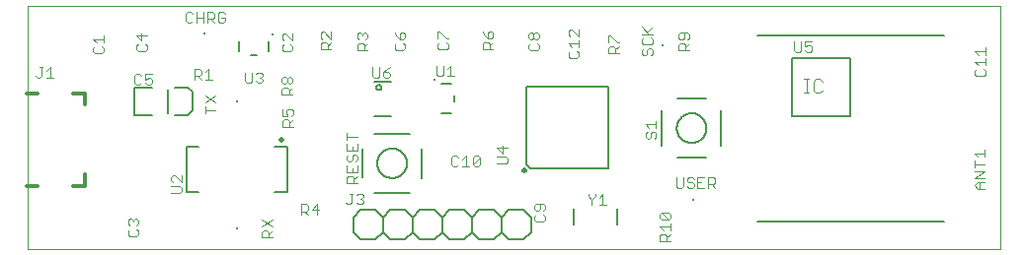
<source format=gto>
G75*
%MOIN*%
%OFA0B0*%
%FSLAX25Y25*%
%IPPOS*%
%LPD*%
%AMOC8*
5,1,8,0,0,1.08239X$1,22.5*
%
%ADD10C,0.00000*%
%ADD11C,0.00400*%
%ADD12C,0.00800*%
%ADD13C,0.00500*%
%ADD14C,0.01200*%
%ADD15R,0.00787X0.00787*%
%ADD16C,0.01000*%
%ADD17C,0.02000*%
D10*
X0015433Y0071025D02*
X0015433Y0153387D01*
X0343780Y0153387D01*
X0343780Y0071025D01*
X0015433Y0071025D01*
D11*
X0049404Y0075957D02*
X0049994Y0075367D01*
X0052354Y0075367D01*
X0052944Y0075957D01*
X0052944Y0077137D01*
X0052354Y0077727D01*
X0052354Y0078992D02*
X0052944Y0079582D01*
X0052944Y0080762D01*
X0052354Y0081352D01*
X0051764Y0081352D01*
X0051174Y0080762D01*
X0051174Y0080172D01*
X0051174Y0080762D02*
X0050584Y0081352D01*
X0049994Y0081352D01*
X0049404Y0080762D01*
X0049404Y0079582D01*
X0049994Y0078992D01*
X0049994Y0077727D02*
X0049404Y0077137D01*
X0049404Y0075957D01*
X0064055Y0089998D02*
X0067005Y0089998D01*
X0067595Y0090588D01*
X0067595Y0091768D01*
X0067005Y0092358D01*
X0064055Y0092358D01*
X0064645Y0093623D02*
X0064055Y0094213D01*
X0064055Y0095393D01*
X0064645Y0095983D01*
X0065235Y0095983D01*
X0067595Y0093623D01*
X0067595Y0095983D01*
X0094530Y0080922D02*
X0098070Y0078562D01*
X0098070Y0077297D02*
X0096890Y0076117D01*
X0096890Y0076707D02*
X0096890Y0074937D01*
X0098070Y0074937D02*
X0094530Y0074937D01*
X0094530Y0076707D01*
X0095120Y0077297D01*
X0096300Y0077297D01*
X0096890Y0076707D01*
X0094530Y0078562D02*
X0098070Y0080922D01*
X0107817Y0082594D02*
X0107817Y0086134D01*
X0109587Y0086134D01*
X0110177Y0085544D01*
X0110177Y0084364D01*
X0109587Y0083774D01*
X0107817Y0083774D01*
X0108997Y0083774D02*
X0110177Y0082594D01*
X0111442Y0084364D02*
X0113802Y0084364D01*
X0113212Y0082594D02*
X0113212Y0086134D01*
X0111442Y0084364D01*
X0122994Y0086777D02*
X0123584Y0086187D01*
X0124174Y0086187D01*
X0124764Y0086777D01*
X0124764Y0089727D01*
X0124174Y0089727D02*
X0125354Y0089727D01*
X0126619Y0089137D02*
X0127209Y0089727D01*
X0128389Y0089727D01*
X0128979Y0089137D01*
X0128979Y0088547D01*
X0128389Y0087957D01*
X0128979Y0087367D01*
X0128979Y0086777D01*
X0128389Y0086187D01*
X0127209Y0086187D01*
X0126619Y0086777D01*
X0127799Y0087957D02*
X0128389Y0087957D01*
X0126829Y0093424D02*
X0123289Y0093424D01*
X0123289Y0095194D01*
X0123879Y0095784D01*
X0125059Y0095784D01*
X0125649Y0095194D01*
X0125649Y0093424D01*
X0125649Y0094604D02*
X0126829Y0095784D01*
X0126829Y0097049D02*
X0126829Y0099409D01*
X0126239Y0100674D02*
X0126829Y0101264D01*
X0126829Y0102444D01*
X0126239Y0103034D01*
X0125649Y0103034D01*
X0125059Y0102444D01*
X0125059Y0101264D01*
X0124469Y0100674D01*
X0123879Y0100674D01*
X0123289Y0101264D01*
X0123289Y0102444D01*
X0123879Y0103034D01*
X0123289Y0104299D02*
X0126829Y0104299D01*
X0126829Y0106659D01*
X0125059Y0105479D02*
X0125059Y0104299D01*
X0123289Y0104299D02*
X0123289Y0106659D01*
X0123289Y0107924D02*
X0123289Y0110284D01*
X0123289Y0109104D02*
X0126829Y0109104D01*
X0105145Y0112463D02*
X0101605Y0112463D01*
X0101605Y0114233D01*
X0102195Y0114823D01*
X0103375Y0114823D01*
X0103965Y0114233D01*
X0103965Y0112463D01*
X0103965Y0113643D02*
X0105145Y0114823D01*
X0104555Y0116088D02*
X0105145Y0116678D01*
X0105145Y0117858D01*
X0104555Y0118448D01*
X0103375Y0118448D01*
X0102785Y0117858D01*
X0102785Y0117268D01*
X0103375Y0116088D01*
X0101605Y0116088D01*
X0101605Y0118448D01*
X0101378Y0123327D02*
X0101378Y0125097D01*
X0101968Y0125687D01*
X0103148Y0125687D01*
X0103738Y0125097D01*
X0103738Y0123327D01*
X0103738Y0124507D02*
X0104918Y0125687D01*
X0104328Y0126952D02*
X0103738Y0126952D01*
X0103148Y0127542D01*
X0103148Y0128722D01*
X0103738Y0129312D01*
X0104328Y0129312D01*
X0104918Y0128722D01*
X0104918Y0127542D01*
X0104328Y0126952D01*
X0103148Y0127542D02*
X0102558Y0126952D01*
X0101968Y0126952D01*
X0101378Y0127542D01*
X0101378Y0128722D01*
X0101968Y0129312D01*
X0102558Y0129312D01*
X0103148Y0128722D01*
X0094962Y0128390D02*
X0094962Y0127800D01*
X0094372Y0127210D01*
X0093192Y0127210D01*
X0092602Y0127800D01*
X0091337Y0127800D02*
X0091337Y0130750D01*
X0092602Y0130160D02*
X0093192Y0130750D01*
X0094372Y0130750D01*
X0094962Y0130160D01*
X0094962Y0129570D01*
X0094372Y0128980D01*
X0094962Y0128390D01*
X0094372Y0128980D02*
X0093782Y0128980D01*
X0091337Y0127800D02*
X0090747Y0127210D01*
X0089567Y0127210D01*
X0088977Y0127800D01*
X0088977Y0130750D01*
X0077849Y0128461D02*
X0075489Y0128461D01*
X0076669Y0128461D02*
X0076669Y0132001D01*
X0075489Y0130821D01*
X0074224Y0130231D02*
X0073634Y0129641D01*
X0071864Y0129641D01*
X0071864Y0128461D02*
X0071864Y0132001D01*
X0073634Y0132001D01*
X0074224Y0131411D01*
X0074224Y0130231D01*
X0073044Y0129641D02*
X0074224Y0128461D01*
X0075502Y0122898D02*
X0079042Y0120538D01*
X0079042Y0122898D02*
X0075502Y0120538D01*
X0075502Y0119273D02*
X0075502Y0116913D01*
X0075502Y0118093D02*
X0079042Y0118093D01*
X0101378Y0123327D02*
X0104918Y0123327D01*
X0131960Y0129711D02*
X0131960Y0132661D01*
X0134320Y0132661D02*
X0134320Y0129711D01*
X0133730Y0129121D01*
X0132550Y0129121D01*
X0131960Y0129711D01*
X0135585Y0129711D02*
X0136175Y0129121D01*
X0137355Y0129121D01*
X0137945Y0129711D01*
X0137945Y0130301D01*
X0137355Y0130891D01*
X0135585Y0130891D01*
X0135585Y0129711D01*
X0135585Y0130891D02*
X0136765Y0132071D01*
X0137945Y0132661D01*
X0153524Y0133079D02*
X0153524Y0130129D01*
X0154114Y0129539D01*
X0155294Y0129539D01*
X0155884Y0130129D01*
X0155884Y0133079D01*
X0157149Y0131899D02*
X0158329Y0133079D01*
X0158329Y0129539D01*
X0157149Y0129539D02*
X0159509Y0129539D01*
X0156999Y0138513D02*
X0154639Y0138513D01*
X0154049Y0139103D01*
X0154049Y0140283D01*
X0154639Y0140873D01*
X0154049Y0142139D02*
X0154049Y0144499D01*
X0154639Y0144499D01*
X0156999Y0142139D01*
X0157589Y0142139D01*
X0156999Y0140873D02*
X0157589Y0140283D01*
X0157589Y0139103D01*
X0156999Y0138513D01*
X0169113Y0138753D02*
X0169113Y0140523D01*
X0169703Y0141113D01*
X0170883Y0141113D01*
X0171473Y0140523D01*
X0171473Y0138753D01*
X0171473Y0139933D02*
X0172653Y0141113D01*
X0172063Y0142378D02*
X0170883Y0142378D01*
X0170883Y0144148D01*
X0171473Y0144738D01*
X0172063Y0144738D01*
X0172653Y0144148D01*
X0172653Y0142968D01*
X0172063Y0142378D01*
X0170883Y0142378D02*
X0169703Y0143558D01*
X0169113Y0144738D01*
X0184581Y0143658D02*
X0184581Y0142478D01*
X0185171Y0141888D01*
X0185761Y0141888D01*
X0186351Y0142478D01*
X0186351Y0143658D01*
X0186941Y0144248D01*
X0187531Y0144248D01*
X0188121Y0143658D01*
X0188121Y0142478D01*
X0187531Y0141888D01*
X0186941Y0141888D01*
X0186351Y0142478D01*
X0186351Y0143658D02*
X0185761Y0144248D01*
X0185171Y0144248D01*
X0184581Y0143658D01*
X0185171Y0140623D02*
X0184581Y0140033D01*
X0184581Y0138853D01*
X0185171Y0138263D01*
X0187531Y0138263D01*
X0188121Y0138853D01*
X0188121Y0140033D01*
X0187531Y0140623D01*
X0198081Y0140546D02*
X0199262Y0139366D01*
X0198671Y0138101D02*
X0198081Y0137511D01*
X0198081Y0136331D01*
X0198671Y0135741D01*
X0201032Y0135741D01*
X0201622Y0136331D01*
X0201622Y0137511D01*
X0201032Y0138101D01*
X0201622Y0139366D02*
X0201622Y0141726D01*
X0201622Y0140546D02*
X0198081Y0140546D01*
X0198671Y0142991D02*
X0198081Y0143581D01*
X0198081Y0144761D01*
X0198671Y0145351D01*
X0199262Y0145351D01*
X0201622Y0142991D01*
X0201622Y0145351D01*
X0211552Y0143330D02*
X0211552Y0140970D01*
X0212142Y0139705D02*
X0213322Y0139705D01*
X0213912Y0139115D01*
X0213912Y0137345D01*
X0213912Y0138525D02*
X0215092Y0139705D01*
X0215092Y0140970D02*
X0214502Y0140970D01*
X0212142Y0143330D01*
X0211552Y0143330D01*
X0212142Y0139705D02*
X0211552Y0139115D01*
X0211552Y0137345D01*
X0215092Y0137345D01*
X0222922Y0137128D02*
X0222922Y0138308D01*
X0223512Y0138898D01*
X0223512Y0140163D02*
X0225872Y0140163D01*
X0226462Y0140753D01*
X0226462Y0141933D01*
X0225872Y0142523D01*
X0226462Y0143788D02*
X0222922Y0143788D01*
X0223512Y0142523D02*
X0222922Y0141933D01*
X0222922Y0140753D01*
X0223512Y0140163D01*
X0225282Y0138898D02*
X0225872Y0138898D01*
X0226462Y0138308D01*
X0226462Y0137128D01*
X0225872Y0136538D01*
X0224692Y0137128D02*
X0224692Y0138308D01*
X0225282Y0138898D01*
X0224692Y0137128D02*
X0224102Y0136538D01*
X0223512Y0136538D01*
X0222922Y0137128D01*
X0235340Y0138217D02*
X0235340Y0139987D01*
X0235930Y0140577D01*
X0237110Y0140577D01*
X0237700Y0139987D01*
X0237700Y0138217D01*
X0237700Y0139397D02*
X0238880Y0140577D01*
X0238290Y0141842D02*
X0238880Y0142432D01*
X0238880Y0143612D01*
X0238290Y0144202D01*
X0235930Y0144202D01*
X0235340Y0143612D01*
X0235340Y0142432D01*
X0235930Y0141842D01*
X0236520Y0141842D01*
X0237110Y0142432D01*
X0237110Y0144202D01*
X0226462Y0146148D02*
X0224692Y0144378D01*
X0225282Y0143788D02*
X0222922Y0146148D01*
X0235340Y0138217D02*
X0238880Y0138217D01*
X0274333Y0138354D02*
X0274923Y0137764D01*
X0276103Y0137764D01*
X0276693Y0138354D01*
X0276693Y0141304D01*
X0277958Y0141304D02*
X0277958Y0139534D01*
X0279138Y0140124D01*
X0279728Y0140124D01*
X0280318Y0139534D01*
X0280318Y0138354D01*
X0279728Y0137764D01*
X0278548Y0137764D01*
X0277958Y0138354D01*
X0274333Y0138354D02*
X0274333Y0141304D01*
X0277958Y0141304D02*
X0280318Y0141304D01*
X0279215Y0128546D02*
X0277681Y0128546D01*
X0278448Y0128546D02*
X0278448Y0123942D01*
X0277681Y0123942D02*
X0279215Y0123942D01*
X0280750Y0124709D02*
X0281517Y0123942D01*
X0283052Y0123942D01*
X0283819Y0124709D01*
X0280750Y0124709D02*
X0280750Y0127778D01*
X0281517Y0128546D01*
X0283052Y0128546D01*
X0283819Y0127778D01*
X0335259Y0130113D02*
X0335849Y0129523D01*
X0338209Y0129523D01*
X0338799Y0130113D01*
X0338799Y0131293D01*
X0338209Y0131883D01*
X0338799Y0133148D02*
X0338799Y0135508D01*
X0338799Y0134328D02*
X0335259Y0134328D01*
X0336439Y0133148D01*
X0335849Y0131883D02*
X0335259Y0131293D01*
X0335259Y0130113D01*
X0336439Y0136773D02*
X0335259Y0137953D01*
X0338799Y0137953D01*
X0338799Y0136773D02*
X0338799Y0139133D01*
X0338662Y0104534D02*
X0338662Y0102174D01*
X0338662Y0103354D02*
X0335122Y0103354D01*
X0336302Y0102174D01*
X0335122Y0100909D02*
X0335122Y0098549D01*
X0335122Y0099729D02*
X0338662Y0099729D01*
X0338662Y0097284D02*
X0335122Y0097284D01*
X0335122Y0094924D02*
X0338662Y0097284D01*
X0338662Y0094924D02*
X0335122Y0094924D01*
X0336302Y0093658D02*
X0338662Y0093658D01*
X0336892Y0093658D02*
X0336892Y0091298D01*
X0336302Y0091298D02*
X0335122Y0092478D01*
X0336302Y0093658D01*
X0336302Y0091298D02*
X0338662Y0091298D01*
X0247672Y0091739D02*
X0246492Y0092919D01*
X0247082Y0092919D02*
X0245312Y0092919D01*
X0245312Y0091739D02*
X0245312Y0095279D01*
X0247082Y0095279D01*
X0247672Y0094689D01*
X0247672Y0093509D01*
X0247082Y0092919D01*
X0244047Y0091739D02*
X0241687Y0091739D01*
X0241687Y0095279D01*
X0244047Y0095279D01*
X0242867Y0093509D02*
X0241687Y0093509D01*
X0240422Y0092919D02*
X0240422Y0092329D01*
X0239832Y0091739D01*
X0238652Y0091739D01*
X0238062Y0092329D01*
X0236796Y0092329D02*
X0236796Y0095279D01*
X0238062Y0094689D02*
X0238062Y0094099D01*
X0238652Y0093509D01*
X0239832Y0093509D01*
X0240422Y0092919D01*
X0240422Y0094689D02*
X0239832Y0095279D01*
X0238652Y0095279D01*
X0238062Y0094689D01*
X0234436Y0095279D02*
X0234436Y0092329D01*
X0235026Y0091739D01*
X0236206Y0091739D01*
X0236796Y0092329D01*
X0231881Y0083332D02*
X0232471Y0082742D01*
X0232471Y0081562D01*
X0231881Y0080972D01*
X0229521Y0083332D01*
X0231881Y0083332D01*
X0229521Y0083332D02*
X0228931Y0082742D01*
X0228931Y0081562D01*
X0229521Y0080972D01*
X0231881Y0080972D01*
X0232471Y0079707D02*
X0232471Y0077347D01*
X0232471Y0078527D02*
X0228931Y0078527D01*
X0230111Y0077347D01*
X0229521Y0076081D02*
X0230701Y0076081D01*
X0231291Y0075491D01*
X0231291Y0073721D01*
X0232471Y0073721D02*
X0228931Y0073721D01*
X0228931Y0075491D01*
X0229521Y0076081D01*
X0231291Y0074901D02*
X0232471Y0076081D01*
X0210808Y0085991D02*
X0208448Y0085991D01*
X0209628Y0085991D02*
X0209628Y0089531D01*
X0208448Y0088351D01*
X0207183Y0088941D02*
X0207183Y0089531D01*
X0207183Y0088941D02*
X0206003Y0087761D01*
X0206003Y0085991D01*
X0206003Y0087761D02*
X0204823Y0088941D01*
X0204823Y0089531D01*
X0190188Y0085720D02*
X0190188Y0084540D01*
X0189598Y0083950D01*
X0189598Y0082684D02*
X0190188Y0082094D01*
X0190188Y0080914D01*
X0189598Y0080324D01*
X0187238Y0080324D01*
X0186648Y0080914D01*
X0186648Y0082094D01*
X0187238Y0082684D01*
X0187238Y0083950D02*
X0187828Y0083950D01*
X0188418Y0084540D01*
X0188418Y0086310D01*
X0187238Y0086310D02*
X0186648Y0085720D01*
X0186648Y0084540D01*
X0187238Y0083950D01*
X0187238Y0086310D02*
X0189598Y0086310D01*
X0190188Y0085720D01*
X0176927Y0099828D02*
X0173977Y0099828D01*
X0176927Y0099828D02*
X0177517Y0100418D01*
X0177517Y0101598D01*
X0176927Y0102188D01*
X0173977Y0102188D01*
X0175747Y0103453D02*
X0175747Y0105813D01*
X0177517Y0105223D02*
X0173977Y0105223D01*
X0175747Y0103453D01*
X0168226Y0101970D02*
X0165866Y0099610D01*
X0166456Y0099020D01*
X0167636Y0099020D01*
X0168226Y0099610D01*
X0168226Y0101970D01*
X0167636Y0102560D01*
X0166456Y0102560D01*
X0165866Y0101970D01*
X0165866Y0099610D01*
X0164601Y0099020D02*
X0162241Y0099020D01*
X0163421Y0099020D02*
X0163421Y0102560D01*
X0162241Y0101380D01*
X0160976Y0101970D02*
X0160386Y0102560D01*
X0159206Y0102560D01*
X0158616Y0101970D01*
X0158616Y0099610D01*
X0159206Y0099020D01*
X0160386Y0099020D01*
X0160976Y0099610D01*
X0126829Y0097049D02*
X0123289Y0097049D01*
X0123289Y0099409D01*
X0125059Y0098229D02*
X0125059Y0097049D01*
X0057603Y0127252D02*
X0057013Y0126662D01*
X0055833Y0126662D01*
X0055243Y0127252D01*
X0055243Y0128432D02*
X0056423Y0129022D01*
X0057013Y0129022D01*
X0057603Y0128432D01*
X0057603Y0127252D01*
X0055243Y0128432D02*
X0055243Y0130202D01*
X0057603Y0130202D01*
X0053978Y0129612D02*
X0053388Y0130202D01*
X0052208Y0130202D01*
X0051618Y0129612D01*
X0051618Y0127252D01*
X0052208Y0126662D01*
X0053388Y0126662D01*
X0053978Y0127252D01*
X0041251Y0137870D02*
X0040661Y0137280D01*
X0038301Y0137280D01*
X0037711Y0137870D01*
X0037711Y0139050D01*
X0038301Y0139640D01*
X0038891Y0140905D02*
X0037711Y0142085D01*
X0041251Y0142085D01*
X0041251Y0140905D02*
X0041251Y0143265D01*
X0040661Y0139640D02*
X0041251Y0139050D01*
X0041251Y0137870D01*
X0052284Y0138631D02*
X0052874Y0138041D01*
X0055234Y0138041D01*
X0055824Y0138631D01*
X0055824Y0139811D01*
X0055234Y0140401D01*
X0054054Y0141666D02*
X0054054Y0144026D01*
X0055824Y0143436D02*
X0052284Y0143436D01*
X0054054Y0141666D01*
X0052874Y0140401D02*
X0052284Y0139811D01*
X0052284Y0138631D01*
X0068885Y0148210D02*
X0069475Y0147620D01*
X0070655Y0147620D01*
X0071245Y0148210D01*
X0072510Y0147620D02*
X0072510Y0151160D01*
X0071245Y0150570D02*
X0070655Y0151160D01*
X0069475Y0151160D01*
X0068885Y0150570D01*
X0068885Y0148210D01*
X0072510Y0149390D02*
X0074870Y0149390D01*
X0076136Y0148800D02*
X0077906Y0148800D01*
X0078496Y0149390D01*
X0078496Y0150570D01*
X0077906Y0151160D01*
X0076136Y0151160D01*
X0076136Y0147620D01*
X0074870Y0147620D02*
X0074870Y0151160D01*
X0077316Y0148800D02*
X0078496Y0147620D01*
X0079761Y0148210D02*
X0080351Y0147620D01*
X0081531Y0147620D01*
X0082121Y0148210D01*
X0082121Y0149390D01*
X0080941Y0149390D01*
X0079761Y0150570D02*
X0079761Y0148210D01*
X0079761Y0150570D02*
X0080351Y0151160D01*
X0081531Y0151160D01*
X0082121Y0150570D01*
X0101410Y0143388D02*
X0102000Y0143978D01*
X0102590Y0143978D01*
X0104950Y0141618D01*
X0104950Y0143978D01*
X0101410Y0143388D02*
X0101410Y0142208D01*
X0102000Y0141618D01*
X0102000Y0140353D02*
X0101410Y0139763D01*
X0101410Y0138583D01*
X0102000Y0137993D01*
X0104360Y0137993D01*
X0104950Y0138583D01*
X0104950Y0139763D01*
X0104360Y0140353D01*
X0114405Y0140263D02*
X0114405Y0138493D01*
X0117945Y0138493D01*
X0116765Y0138493D02*
X0116765Y0140263D01*
X0116175Y0140853D01*
X0114995Y0140853D01*
X0114405Y0140263D01*
X0116765Y0139673D02*
X0117945Y0140853D01*
X0117945Y0142118D02*
X0115585Y0144478D01*
X0114995Y0144478D01*
X0114405Y0143888D01*
X0114405Y0142708D01*
X0114995Y0142118D01*
X0117945Y0142118D02*
X0117945Y0144478D01*
X0126728Y0143791D02*
X0126728Y0142611D01*
X0127318Y0142021D01*
X0127318Y0140756D02*
X0128498Y0140756D01*
X0129088Y0140166D01*
X0129088Y0138396D01*
X0130268Y0138396D02*
X0126728Y0138396D01*
X0126728Y0140166D01*
X0127318Y0140756D01*
X0129088Y0139576D02*
X0130268Y0140756D01*
X0129678Y0142021D02*
X0130268Y0142611D01*
X0130268Y0143791D01*
X0129678Y0144381D01*
X0129088Y0144381D01*
X0128498Y0143791D01*
X0128498Y0143201D01*
X0128498Y0143791D02*
X0127908Y0144381D01*
X0127318Y0144381D01*
X0126728Y0143791D01*
X0139401Y0144413D02*
X0139991Y0143233D01*
X0141171Y0142053D01*
X0141171Y0143823D01*
X0141761Y0144413D01*
X0142351Y0144413D01*
X0142941Y0143823D01*
X0142941Y0142643D01*
X0142351Y0142053D01*
X0141171Y0142053D01*
X0139991Y0140788D02*
X0139401Y0140198D01*
X0139401Y0139018D01*
X0139991Y0138428D01*
X0142351Y0138428D01*
X0142941Y0139018D01*
X0142941Y0140198D01*
X0142351Y0140788D01*
X0169113Y0138753D02*
X0172653Y0138753D01*
X0227722Y0114405D02*
X0227722Y0112045D01*
X0227722Y0113225D02*
X0224182Y0113225D01*
X0225362Y0112045D01*
X0224772Y0110780D02*
X0224182Y0110190D01*
X0224182Y0109010D01*
X0224772Y0108420D01*
X0225362Y0108420D01*
X0225952Y0109010D01*
X0225952Y0110190D01*
X0226542Y0110780D01*
X0227132Y0110780D01*
X0227722Y0110190D01*
X0227722Y0109010D01*
X0227132Y0108420D01*
X0024318Y0128933D02*
X0021958Y0128933D01*
X0023138Y0128933D02*
X0023138Y0132473D01*
X0021958Y0131293D01*
X0020693Y0132473D02*
X0019513Y0132473D01*
X0020103Y0132473D02*
X0020103Y0129523D01*
X0019513Y0128933D01*
X0018923Y0128933D01*
X0018333Y0129523D01*
D12*
X0051575Y0125750D02*
X0057481Y0125750D01*
X0051575Y0125750D02*
X0051575Y0116301D01*
X0057481Y0116301D01*
X0065355Y0116301D02*
X0069685Y0116301D01*
X0071260Y0117876D01*
X0071260Y0124175D01*
X0069685Y0125750D01*
X0065355Y0125750D01*
X0090833Y0136699D02*
X0092947Y0136699D01*
X0096890Y0137799D02*
X0096890Y0141180D01*
X0086890Y0141180D02*
X0086890Y0137799D01*
X0155081Y0127009D02*
X0158462Y0127009D01*
X0159562Y0123066D02*
X0159562Y0120953D01*
X0158462Y0117009D02*
X0155081Y0117009D01*
X0144646Y0110041D02*
X0132520Y0110041D01*
X0128583Y0104923D02*
X0128583Y0095159D01*
X0132520Y0090041D02*
X0144646Y0090041D01*
X0148583Y0095041D02*
X0148583Y0104923D01*
X0133583Y0100041D02*
X0133585Y0100182D01*
X0133591Y0100323D01*
X0133601Y0100463D01*
X0133615Y0100603D01*
X0133633Y0100743D01*
X0133654Y0100882D01*
X0133680Y0101021D01*
X0133709Y0101159D01*
X0133743Y0101295D01*
X0133780Y0101431D01*
X0133821Y0101566D01*
X0133866Y0101700D01*
X0133915Y0101832D01*
X0133967Y0101963D01*
X0134023Y0102092D01*
X0134083Y0102219D01*
X0134146Y0102345D01*
X0134212Y0102469D01*
X0134283Y0102592D01*
X0134356Y0102712D01*
X0134433Y0102830D01*
X0134513Y0102946D01*
X0134597Y0103059D01*
X0134683Y0103170D01*
X0134773Y0103279D01*
X0134866Y0103385D01*
X0134961Y0103488D01*
X0135060Y0103589D01*
X0135161Y0103687D01*
X0135265Y0103782D01*
X0135372Y0103874D01*
X0135481Y0103963D01*
X0135593Y0104048D01*
X0135707Y0104131D01*
X0135823Y0104211D01*
X0135942Y0104287D01*
X0136063Y0104359D01*
X0136185Y0104429D01*
X0136310Y0104494D01*
X0136436Y0104557D01*
X0136564Y0104615D01*
X0136694Y0104670D01*
X0136825Y0104722D01*
X0136958Y0104769D01*
X0137092Y0104813D01*
X0137227Y0104854D01*
X0137363Y0104890D01*
X0137500Y0104922D01*
X0137638Y0104951D01*
X0137776Y0104976D01*
X0137916Y0104996D01*
X0138056Y0105013D01*
X0138196Y0105026D01*
X0138337Y0105035D01*
X0138477Y0105040D01*
X0138618Y0105041D01*
X0138759Y0105038D01*
X0138900Y0105031D01*
X0139040Y0105020D01*
X0139180Y0105005D01*
X0139320Y0104986D01*
X0139459Y0104964D01*
X0139597Y0104937D01*
X0139735Y0104907D01*
X0139871Y0104872D01*
X0140007Y0104834D01*
X0140141Y0104792D01*
X0140275Y0104746D01*
X0140407Y0104697D01*
X0140537Y0104643D01*
X0140666Y0104586D01*
X0140793Y0104526D01*
X0140919Y0104462D01*
X0141042Y0104394D01*
X0141164Y0104323D01*
X0141284Y0104249D01*
X0141401Y0104171D01*
X0141516Y0104090D01*
X0141629Y0104006D01*
X0141740Y0103919D01*
X0141848Y0103828D01*
X0141953Y0103735D01*
X0142056Y0103638D01*
X0142156Y0103539D01*
X0142253Y0103437D01*
X0142347Y0103332D01*
X0142438Y0103225D01*
X0142526Y0103115D01*
X0142611Y0103003D01*
X0142693Y0102888D01*
X0142772Y0102771D01*
X0142847Y0102652D01*
X0142919Y0102531D01*
X0142987Y0102408D01*
X0143052Y0102283D01*
X0143114Y0102156D01*
X0143171Y0102027D01*
X0143226Y0101897D01*
X0143276Y0101766D01*
X0143323Y0101633D01*
X0143366Y0101499D01*
X0143405Y0101363D01*
X0143440Y0101227D01*
X0143472Y0101090D01*
X0143499Y0100952D01*
X0143523Y0100813D01*
X0143543Y0100673D01*
X0143559Y0100533D01*
X0143571Y0100393D01*
X0143579Y0100252D01*
X0143583Y0100111D01*
X0143583Y0099971D01*
X0143579Y0099830D01*
X0143571Y0099689D01*
X0143559Y0099549D01*
X0143543Y0099409D01*
X0143523Y0099269D01*
X0143499Y0099130D01*
X0143472Y0098992D01*
X0143440Y0098855D01*
X0143405Y0098719D01*
X0143366Y0098583D01*
X0143323Y0098449D01*
X0143276Y0098316D01*
X0143226Y0098185D01*
X0143171Y0098055D01*
X0143114Y0097926D01*
X0143052Y0097799D01*
X0142987Y0097674D01*
X0142919Y0097551D01*
X0142847Y0097430D01*
X0142772Y0097311D01*
X0142693Y0097194D01*
X0142611Y0097079D01*
X0142526Y0096967D01*
X0142438Y0096857D01*
X0142347Y0096750D01*
X0142253Y0096645D01*
X0142156Y0096543D01*
X0142056Y0096444D01*
X0141953Y0096347D01*
X0141848Y0096254D01*
X0141740Y0096163D01*
X0141629Y0096076D01*
X0141516Y0095992D01*
X0141401Y0095911D01*
X0141284Y0095833D01*
X0141164Y0095759D01*
X0141042Y0095688D01*
X0140919Y0095620D01*
X0140793Y0095556D01*
X0140666Y0095496D01*
X0140537Y0095439D01*
X0140407Y0095385D01*
X0140275Y0095336D01*
X0140141Y0095290D01*
X0140007Y0095248D01*
X0139871Y0095210D01*
X0139735Y0095175D01*
X0139597Y0095145D01*
X0139459Y0095118D01*
X0139320Y0095096D01*
X0139180Y0095077D01*
X0139040Y0095062D01*
X0138900Y0095051D01*
X0138759Y0095044D01*
X0138618Y0095041D01*
X0138477Y0095042D01*
X0138337Y0095047D01*
X0138196Y0095056D01*
X0138056Y0095069D01*
X0137916Y0095086D01*
X0137776Y0095106D01*
X0137638Y0095131D01*
X0137500Y0095160D01*
X0137363Y0095192D01*
X0137227Y0095228D01*
X0137092Y0095269D01*
X0136958Y0095313D01*
X0136825Y0095360D01*
X0136694Y0095412D01*
X0136564Y0095467D01*
X0136436Y0095525D01*
X0136310Y0095588D01*
X0136185Y0095653D01*
X0136063Y0095723D01*
X0135942Y0095795D01*
X0135823Y0095871D01*
X0135707Y0095951D01*
X0135593Y0096034D01*
X0135481Y0096119D01*
X0135372Y0096208D01*
X0135265Y0096300D01*
X0135161Y0096395D01*
X0135060Y0096493D01*
X0134961Y0096594D01*
X0134866Y0096697D01*
X0134773Y0096803D01*
X0134683Y0096912D01*
X0134597Y0097023D01*
X0134513Y0097136D01*
X0134433Y0097252D01*
X0134356Y0097370D01*
X0134283Y0097490D01*
X0134212Y0097613D01*
X0134146Y0097737D01*
X0134083Y0097863D01*
X0134023Y0097990D01*
X0133967Y0098119D01*
X0133915Y0098250D01*
X0133866Y0098382D01*
X0133821Y0098516D01*
X0133780Y0098651D01*
X0133743Y0098787D01*
X0133709Y0098923D01*
X0133680Y0099061D01*
X0133654Y0099200D01*
X0133633Y0099339D01*
X0133615Y0099479D01*
X0133601Y0099619D01*
X0133591Y0099759D01*
X0133585Y0099900D01*
X0133583Y0100041D01*
X0103231Y0105576D02*
X0103231Y0090176D01*
X0098981Y0090176D01*
X0073381Y0090176D02*
X0069131Y0090176D01*
X0069131Y0105576D01*
X0073381Y0105576D01*
X0098981Y0105576D02*
X0103231Y0105576D01*
X0125394Y0081687D02*
X0127894Y0084187D01*
X0132894Y0084187D01*
X0135394Y0081687D01*
X0135394Y0076687D01*
X0132894Y0074187D01*
X0127894Y0074187D01*
X0125394Y0076687D01*
X0125394Y0081687D01*
X0135394Y0081687D02*
X0137894Y0084187D01*
X0142894Y0084187D01*
X0145394Y0081687D01*
X0145394Y0076687D01*
X0142894Y0074187D01*
X0137894Y0074187D01*
X0135394Y0076687D01*
X0145394Y0076687D02*
X0147894Y0074187D01*
X0152894Y0074187D01*
X0155394Y0076687D01*
X0155394Y0081687D01*
X0157894Y0084187D01*
X0162894Y0084187D01*
X0165394Y0081687D01*
X0165394Y0076687D01*
X0162894Y0074187D01*
X0157894Y0074187D01*
X0155394Y0076687D01*
X0165394Y0076687D02*
X0167894Y0074187D01*
X0172894Y0074187D01*
X0175394Y0076687D01*
X0175394Y0081687D01*
X0177894Y0084187D01*
X0182894Y0084187D01*
X0185394Y0081687D01*
X0185394Y0076687D01*
X0182894Y0074187D01*
X0177894Y0074187D01*
X0175394Y0076687D01*
X0175394Y0081687D02*
X0172894Y0084187D01*
X0167894Y0084187D01*
X0165394Y0081687D01*
X0155394Y0081687D02*
X0152894Y0084187D01*
X0147894Y0084187D01*
X0145394Y0081687D01*
X0182617Y0097728D02*
X0182619Y0097777D01*
X0182625Y0097825D01*
X0182635Y0097873D01*
X0182649Y0097920D01*
X0182666Y0097966D01*
X0182687Y0098010D01*
X0182712Y0098052D01*
X0182740Y0098092D01*
X0182772Y0098130D01*
X0182806Y0098165D01*
X0182843Y0098197D01*
X0182882Y0098226D01*
X0182924Y0098252D01*
X0182968Y0098274D01*
X0183013Y0098292D01*
X0183060Y0098307D01*
X0183107Y0098318D01*
X0183156Y0098325D01*
X0183205Y0098328D01*
X0183254Y0098327D01*
X0183302Y0098322D01*
X0183351Y0098313D01*
X0183398Y0098300D01*
X0183444Y0098283D01*
X0183488Y0098263D01*
X0183531Y0098239D01*
X0183572Y0098212D01*
X0183610Y0098181D01*
X0183646Y0098148D01*
X0183678Y0098112D01*
X0183708Y0098073D01*
X0183735Y0098032D01*
X0183758Y0097988D01*
X0183777Y0097943D01*
X0183793Y0097897D01*
X0183805Y0097850D01*
X0183813Y0097801D01*
X0183817Y0097752D01*
X0183817Y0097704D01*
X0183813Y0097655D01*
X0183805Y0097606D01*
X0183793Y0097559D01*
X0183777Y0097513D01*
X0183758Y0097468D01*
X0183735Y0097424D01*
X0183708Y0097383D01*
X0183678Y0097344D01*
X0183646Y0097308D01*
X0183610Y0097275D01*
X0183572Y0097244D01*
X0183531Y0097217D01*
X0183488Y0097193D01*
X0183444Y0097173D01*
X0183398Y0097156D01*
X0183351Y0097143D01*
X0183302Y0097134D01*
X0183254Y0097129D01*
X0183205Y0097128D01*
X0183156Y0097131D01*
X0183107Y0097138D01*
X0183060Y0097149D01*
X0183013Y0097164D01*
X0182968Y0097182D01*
X0182924Y0097204D01*
X0182882Y0097230D01*
X0182843Y0097259D01*
X0182806Y0097291D01*
X0182772Y0097326D01*
X0182740Y0097364D01*
X0182712Y0097404D01*
X0182687Y0097446D01*
X0182666Y0097490D01*
X0182649Y0097536D01*
X0182635Y0097583D01*
X0182625Y0097631D01*
X0182619Y0097679D01*
X0182617Y0097728D01*
X0183918Y0099726D02*
X0185315Y0098328D01*
X0211516Y0098328D01*
X0211516Y0125927D01*
X0183918Y0125927D01*
X0183918Y0099726D01*
X0199926Y0084490D02*
X0199926Y0079372D01*
X0214690Y0079372D02*
X0214690Y0084490D01*
X0234803Y0101970D02*
X0244567Y0101970D01*
X0249685Y0105907D02*
X0249685Y0118033D01*
X0244685Y0121970D02*
X0234803Y0121970D01*
X0229685Y0118033D02*
X0229685Y0105907D01*
X0234685Y0111970D02*
X0234687Y0112111D01*
X0234693Y0112252D01*
X0234703Y0112392D01*
X0234717Y0112532D01*
X0234735Y0112672D01*
X0234756Y0112811D01*
X0234782Y0112950D01*
X0234811Y0113088D01*
X0234845Y0113224D01*
X0234882Y0113360D01*
X0234923Y0113495D01*
X0234968Y0113629D01*
X0235017Y0113761D01*
X0235069Y0113892D01*
X0235125Y0114021D01*
X0235185Y0114148D01*
X0235248Y0114274D01*
X0235314Y0114398D01*
X0235385Y0114521D01*
X0235458Y0114641D01*
X0235535Y0114759D01*
X0235615Y0114875D01*
X0235699Y0114988D01*
X0235785Y0115099D01*
X0235875Y0115208D01*
X0235968Y0115314D01*
X0236063Y0115417D01*
X0236162Y0115518D01*
X0236263Y0115616D01*
X0236367Y0115711D01*
X0236474Y0115803D01*
X0236583Y0115892D01*
X0236695Y0115977D01*
X0236809Y0116060D01*
X0236925Y0116140D01*
X0237044Y0116216D01*
X0237165Y0116288D01*
X0237287Y0116358D01*
X0237412Y0116423D01*
X0237538Y0116486D01*
X0237666Y0116544D01*
X0237796Y0116599D01*
X0237927Y0116651D01*
X0238060Y0116698D01*
X0238194Y0116742D01*
X0238329Y0116783D01*
X0238465Y0116819D01*
X0238602Y0116851D01*
X0238740Y0116880D01*
X0238878Y0116905D01*
X0239018Y0116925D01*
X0239158Y0116942D01*
X0239298Y0116955D01*
X0239439Y0116964D01*
X0239579Y0116969D01*
X0239720Y0116970D01*
X0239861Y0116967D01*
X0240002Y0116960D01*
X0240142Y0116949D01*
X0240282Y0116934D01*
X0240422Y0116915D01*
X0240561Y0116893D01*
X0240699Y0116866D01*
X0240837Y0116836D01*
X0240973Y0116801D01*
X0241109Y0116763D01*
X0241243Y0116721D01*
X0241377Y0116675D01*
X0241509Y0116626D01*
X0241639Y0116572D01*
X0241768Y0116515D01*
X0241895Y0116455D01*
X0242021Y0116391D01*
X0242144Y0116323D01*
X0242266Y0116252D01*
X0242386Y0116178D01*
X0242503Y0116100D01*
X0242618Y0116019D01*
X0242731Y0115935D01*
X0242842Y0115848D01*
X0242950Y0115757D01*
X0243055Y0115664D01*
X0243158Y0115567D01*
X0243258Y0115468D01*
X0243355Y0115366D01*
X0243449Y0115261D01*
X0243540Y0115154D01*
X0243628Y0115044D01*
X0243713Y0114932D01*
X0243795Y0114817D01*
X0243874Y0114700D01*
X0243949Y0114581D01*
X0244021Y0114460D01*
X0244089Y0114337D01*
X0244154Y0114212D01*
X0244216Y0114085D01*
X0244273Y0113956D01*
X0244328Y0113826D01*
X0244378Y0113695D01*
X0244425Y0113562D01*
X0244468Y0113428D01*
X0244507Y0113292D01*
X0244542Y0113156D01*
X0244574Y0113019D01*
X0244601Y0112881D01*
X0244625Y0112742D01*
X0244645Y0112602D01*
X0244661Y0112462D01*
X0244673Y0112322D01*
X0244681Y0112181D01*
X0244685Y0112040D01*
X0244685Y0111900D01*
X0244681Y0111759D01*
X0244673Y0111618D01*
X0244661Y0111478D01*
X0244645Y0111338D01*
X0244625Y0111198D01*
X0244601Y0111059D01*
X0244574Y0110921D01*
X0244542Y0110784D01*
X0244507Y0110648D01*
X0244468Y0110512D01*
X0244425Y0110378D01*
X0244378Y0110245D01*
X0244328Y0110114D01*
X0244273Y0109984D01*
X0244216Y0109855D01*
X0244154Y0109728D01*
X0244089Y0109603D01*
X0244021Y0109480D01*
X0243949Y0109359D01*
X0243874Y0109240D01*
X0243795Y0109123D01*
X0243713Y0109008D01*
X0243628Y0108896D01*
X0243540Y0108786D01*
X0243449Y0108679D01*
X0243355Y0108574D01*
X0243258Y0108472D01*
X0243158Y0108373D01*
X0243055Y0108276D01*
X0242950Y0108183D01*
X0242842Y0108092D01*
X0242731Y0108005D01*
X0242618Y0107921D01*
X0242503Y0107840D01*
X0242386Y0107762D01*
X0242266Y0107688D01*
X0242144Y0107617D01*
X0242021Y0107549D01*
X0241895Y0107485D01*
X0241768Y0107425D01*
X0241639Y0107368D01*
X0241509Y0107314D01*
X0241377Y0107265D01*
X0241243Y0107219D01*
X0241109Y0107177D01*
X0240973Y0107139D01*
X0240837Y0107104D01*
X0240699Y0107074D01*
X0240561Y0107047D01*
X0240422Y0107025D01*
X0240282Y0107006D01*
X0240142Y0106991D01*
X0240002Y0106980D01*
X0239861Y0106973D01*
X0239720Y0106970D01*
X0239579Y0106971D01*
X0239439Y0106976D01*
X0239298Y0106985D01*
X0239158Y0106998D01*
X0239018Y0107015D01*
X0238878Y0107035D01*
X0238740Y0107060D01*
X0238602Y0107089D01*
X0238465Y0107121D01*
X0238329Y0107157D01*
X0238194Y0107198D01*
X0238060Y0107242D01*
X0237927Y0107289D01*
X0237796Y0107341D01*
X0237666Y0107396D01*
X0237538Y0107454D01*
X0237412Y0107517D01*
X0237287Y0107582D01*
X0237165Y0107652D01*
X0237044Y0107724D01*
X0236925Y0107800D01*
X0236809Y0107880D01*
X0236695Y0107963D01*
X0236583Y0108048D01*
X0236474Y0108137D01*
X0236367Y0108229D01*
X0236263Y0108324D01*
X0236162Y0108422D01*
X0236063Y0108523D01*
X0235968Y0108626D01*
X0235875Y0108732D01*
X0235785Y0108841D01*
X0235699Y0108952D01*
X0235615Y0109065D01*
X0235535Y0109181D01*
X0235458Y0109299D01*
X0235385Y0109419D01*
X0235314Y0109542D01*
X0235248Y0109666D01*
X0235185Y0109792D01*
X0235125Y0109919D01*
X0235069Y0110048D01*
X0235017Y0110179D01*
X0234968Y0110311D01*
X0234923Y0110445D01*
X0234882Y0110580D01*
X0234845Y0110716D01*
X0234811Y0110852D01*
X0234782Y0110990D01*
X0234756Y0111129D01*
X0234735Y0111268D01*
X0234717Y0111408D01*
X0234703Y0111548D01*
X0234693Y0111688D01*
X0234687Y0111829D01*
X0234685Y0111970D01*
D13*
X0273544Y0115868D02*
X0293229Y0115868D01*
X0293229Y0135553D01*
X0273544Y0135553D01*
X0273544Y0115868D01*
X0261733Y0143427D02*
X0324725Y0143427D01*
X0324725Y0080435D02*
X0261733Y0080435D01*
X0138307Y0115868D02*
X0132402Y0115868D01*
X0133293Y0125710D02*
X0133295Y0125769D01*
X0133301Y0125827D01*
X0133311Y0125885D01*
X0133324Y0125942D01*
X0133342Y0125999D01*
X0133363Y0126054D01*
X0133388Y0126107D01*
X0133416Y0126158D01*
X0133447Y0126208D01*
X0133482Y0126255D01*
X0133520Y0126300D01*
X0133561Y0126343D01*
X0133605Y0126382D01*
X0133651Y0126418D01*
X0133699Y0126452D01*
X0133750Y0126482D01*
X0133803Y0126508D01*
X0133857Y0126531D01*
X0133912Y0126550D01*
X0133969Y0126566D01*
X0134027Y0126578D01*
X0134085Y0126586D01*
X0134144Y0126590D01*
X0134202Y0126590D01*
X0134261Y0126586D01*
X0134319Y0126578D01*
X0134377Y0126566D01*
X0134434Y0126550D01*
X0134489Y0126531D01*
X0134543Y0126508D01*
X0134596Y0126482D01*
X0134647Y0126452D01*
X0134695Y0126418D01*
X0134741Y0126382D01*
X0134785Y0126343D01*
X0134826Y0126300D01*
X0134864Y0126255D01*
X0134899Y0126208D01*
X0134930Y0126158D01*
X0134958Y0126107D01*
X0134983Y0126054D01*
X0135004Y0125999D01*
X0135022Y0125942D01*
X0135035Y0125885D01*
X0135045Y0125827D01*
X0135051Y0125769D01*
X0135053Y0125710D01*
X0135051Y0125651D01*
X0135045Y0125593D01*
X0135035Y0125535D01*
X0135022Y0125478D01*
X0135004Y0125421D01*
X0134983Y0125366D01*
X0134958Y0125313D01*
X0134930Y0125262D01*
X0134899Y0125212D01*
X0134864Y0125165D01*
X0134826Y0125120D01*
X0134785Y0125077D01*
X0134741Y0125038D01*
X0134695Y0125002D01*
X0134647Y0124968D01*
X0134596Y0124938D01*
X0134543Y0124912D01*
X0134489Y0124889D01*
X0134434Y0124870D01*
X0134377Y0124854D01*
X0134319Y0124842D01*
X0134261Y0124834D01*
X0134202Y0124830D01*
X0134144Y0124830D01*
X0134085Y0124834D01*
X0134027Y0124842D01*
X0133969Y0124854D01*
X0133912Y0124870D01*
X0133857Y0124889D01*
X0133803Y0124912D01*
X0133750Y0124938D01*
X0133699Y0124968D01*
X0133651Y0125002D01*
X0133605Y0125038D01*
X0133561Y0125077D01*
X0133520Y0125120D01*
X0133482Y0125165D01*
X0133447Y0125212D01*
X0133416Y0125262D01*
X0133388Y0125313D01*
X0133363Y0125366D01*
X0133342Y0125421D01*
X0133324Y0125478D01*
X0133311Y0125535D01*
X0133301Y0125593D01*
X0133295Y0125651D01*
X0133293Y0125710D01*
X0132402Y0127679D02*
X0138307Y0127679D01*
X0062918Y0125025D02*
X0062918Y0117025D01*
D14*
X0034744Y0119844D02*
X0034744Y0123781D01*
X0034673Y0123753D02*
X0030807Y0123753D01*
X0030807Y0123781D01*
X0018996Y0123781D02*
X0015059Y0123781D01*
X0034744Y0096222D02*
X0034744Y0092285D01*
X0030807Y0092285D01*
X0018996Y0092285D02*
X0015059Y0092285D01*
D15*
X0086103Y0077836D03*
X0086103Y0120828D03*
X0075079Y0143820D03*
X0229725Y0140120D03*
X0240236Y0087561D03*
D16*
X0152772Y0128309D03*
X0098190Y0143490D03*
D17*
X0101181Y0107876D03*
M02*

</source>
